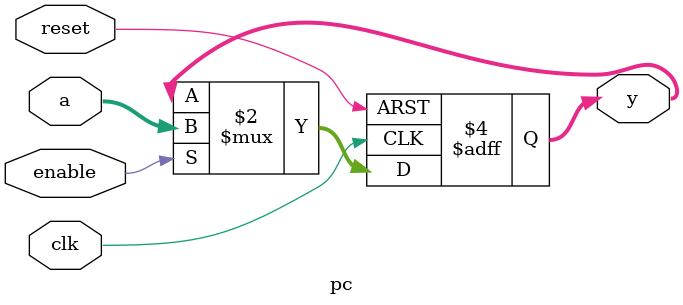
<source format=sv>
module pc (     input   logic       clk, reset, enable,
                input   logic[31:0] a,
                output  logic[31:0] y);
    always @(posedge clk, posedge reset)
        if (reset)
            y <= '0;
        else if (enable)
            y <= a;
endmodule

</source>
